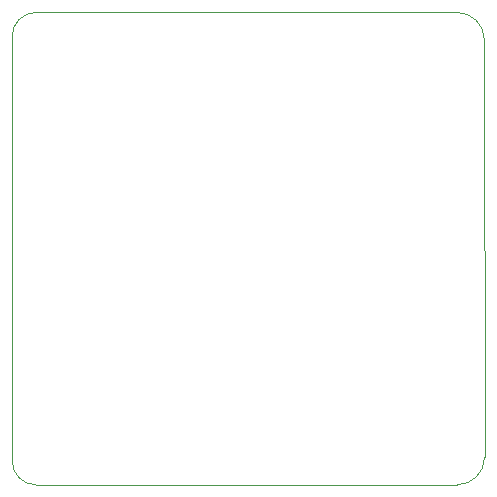
<source format=gbr>
G04 #@! TF.GenerationSoftware,KiCad,Pcbnew,5.1.6*
G04 #@! TF.CreationDate,2020-06-22T00:18:59+03:00*
G04 #@! TF.ProjectId,nanopicore_debug,6e616e6f-7069-4636-9f72-655f64656275,rev?*
G04 #@! TF.SameCoordinates,Original*
G04 #@! TF.FileFunction,Profile,NP*
%FSLAX46Y46*%
G04 Gerber Fmt 4.6, Leading zero omitted, Abs format (unit mm)*
G04 Created by KiCad (PCBNEW 5.1.6) date 2020-06-22 00:18:59*
%MOMM*%
%LPD*%
G01*
G04 APERTURE LIST*
G04 #@! TA.AperFunction,Profile*
%ADD10C,0.050000*%
G04 #@! TD*
G04 APERTURE END LIST*
D10*
X68961000Y-44653200D02*
G75*
G02*
X70993000Y-42621200I2032000J0D01*
G01*
X70993000Y-82626200D02*
G75*
G02*
X68961000Y-80594200I0J2032000D01*
G01*
X108966000Y-80289400D02*
G75*
G02*
X106629200Y-82626200I-2336800J0D01*
G01*
X106576078Y-42621811D02*
G75*
G02*
X108940600Y-44932600I53122J-2310789D01*
G01*
X68961000Y-80594200D02*
X68961000Y-44653200D01*
X106629200Y-82626200D02*
X70993000Y-82626200D01*
X108940600Y-44932600D02*
X108966000Y-80289400D01*
X70993000Y-42621200D02*
X106576078Y-42621811D01*
M02*

</source>
